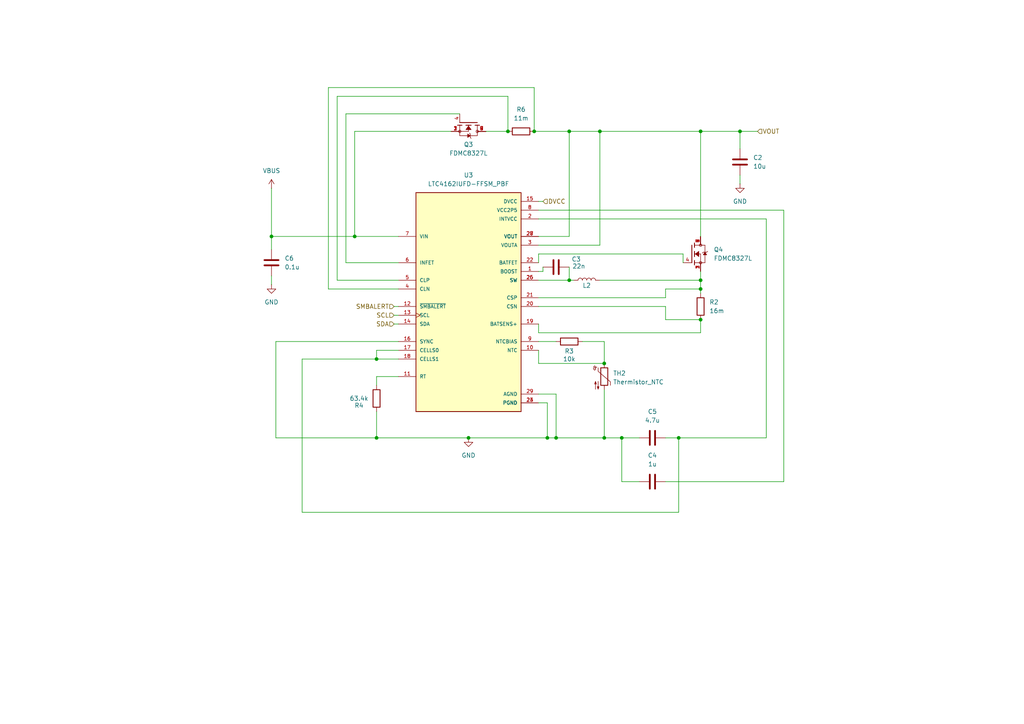
<source format=kicad_sch>
(kicad_sch (version 20250114) (generator "eeschema") (generator_version "9.0")
  (paper "A4")
  (lib_symbols
    (symbol "Device:C" (pin_numbers (hide yes)) (pin_names (offset 0.254))
      (property "Reference" "C" (at 0.635 2.54 0))
      (property "Value" "C" (at 0.635 -2.54 0))
      (symbol "C_0_1"
        (polyline (pts (xy -2.032 0.762) (xy 2.032 0.762)) (stroke (width 0.508)))
        (polyline (pts (xy -2.032 -0.762) (xy 2.032 -0.762)) (stroke (width 0.508)))
      )
      (symbol "C_1_1"
        (pin passive line (at 0 3.81 270) (length 2.794) (name "~") (number "1"))
        (pin passive line (at 0 -3.81 90) (length 2.794) (name "~") (number "2"))
      )
    )
    (symbol "Device:L" (pin_numbers (hide yes)) (pin_names (offset 1.016) (hide yes))
      (property "Reference" "L" (at -1.27 0 90))
      (property "Value" "L" (at 1.905 0 90))
      (symbol "L_0_1"
        (arc (start 0 2.54) (mid 0.6323 1.905) (end 0 1.27))
        (arc (start 0 1.27) (mid 0.6323 0.635) (end 0 0))
        (arc (start 0 0) (mid 0.6323 -0.635) (end 0 -1.27))
        (arc (start 0 -1.27) (mid 0.6323 -1.905) (end 0 -2.54))
      )
      (symbol "L_1_1"
        (pin passive line (at 0 3.81 270) (length 1.27) (name "1") (number "1"))
        (pin passive line (at 0 -3.81 90) (length 1.27) (name "2") (number "2"))
      )
    )
    (symbol "Device:R" (pin_numbers (hide yes)) (pin_names (offset 0))
      (property "Reference" "R" (at 2.032 0 90))
      (property "Value" "R" (at 0 0 90))
      (symbol "R_0_1"
        (rectangle (start -1.016 -2.54) (end 1.016 2.54) (stroke (width 0.254)))
      )
      (symbol "R_1_1"
        (pin passive line (at 0 3.81 270) (length 1.27) (name "~") (number "1"))
        (pin passive line (at 0 -3.81 90) (length 1.27) (name "~") (number "2"))
      )
    )
    (symbol "Device:Thermistor_NTC" (pin_numbers (hide yes)) (pin_names (offset 0))
      (property "Reference" "TH" (at -4.445 0 90))
      (property "Value" "Thermistor_NTC" (at 3.175 0 90))
      (symbol "Thermistor_NTC_0_1"
        (arc (start -3.175 2.413) (mid -3.0506 2.3165) (end -3.048 2.159))
        (arc (start -3.048 2.794) (mid -2.9736 2.9736) (end -2.794 3.048))
        (arc (start -2.794 3.048) (mid -2.6144 2.9736) (end -2.54 2.794))
        (arc (start -2.794 2.54) (mid -2.9736 2.6144) (end -3.048 2.794))
        (arc (start -2.794 1.905) (mid -2.9736 1.9794) (end -3.048 2.159))
        (arc (start -2.54 2.159) (mid -2.6144 1.9794) (end -2.794 1.905))
        (arc (start -2.159 2.794) (mid -2.434 2.5608) (end -2.794 2.54))
        (polyline (pts (xy -2.54 2.159) (xy -2.54 2.794)))
        (polyline (pts (xy -2.54 -3.683) (xy -2.54 -1.397) (xy -2.794 -2.159) (xy -2.286 -2.159) (xy -2.54 -1.397) (xy -2.54 -1.651)) (fill (type outline)))
        (polyline (pts (xy -1.778 2.54) (xy -1.778 1.524) (xy 1.778 -1.524) (xy 1.778 -2.54)))
        (polyline (pts (xy -1.778 -1.397) (xy -1.778 -3.683) (xy -2.032 -2.921) (xy -1.524 -2.921) (xy -1.778 -3.683) (xy -1.778 -3.429)) (fill (type outline)))
        (rectangle (start -1.016 2.54) (end 1.016 -2.54) (stroke (width 0.254)))
      )
      (symbol "Thermistor_NTC_1_1"
        (pin passive line (at 0 3.81 270) (length 1.27) (name "~") (number "1"))
        (pin passive line (at 0 -3.81 90) (length 1.27) (name "~") (number "2"))
      )
    )
    (symbol "FDMC8327L:FDMC8327L" (pin_names (offset 1.016))
      (property "Reference" "Q" (at -8.89 2.54 0))
      (property "Value" "FDMC8327L" (at -8.89 -7.62 0))
      (symbol "FDMC8327L_0_0"
        (polyline (pts (xy 0 2.54) (xy 0 -2.54)) (stroke (width 0.254)))
        (polyline (pts (xy 0.762 3.175) (xy 0.762 2.54)) (stroke (width 0.254)))
        (polyline (pts (xy 0.762 2.54) (xy 0.762 1.905)) (stroke (width 0.254)))
        (polyline (pts (xy 0.762 2.54) (xy 3.81 2.54)) (stroke (width 0.1524)))
        (polyline (pts (xy 0.762 0.762) (xy 0.762 0)) (stroke (width 0.254)))
        (polyline (pts (xy 0.762 0) (xy 0.762 -0.762)) (stroke (width 0.254)))
        (polyline (pts (xy 0.762 0) (xy 2.54 0)) (stroke (width 0.1524)))
        (polyline (pts (xy 0.762 -1.905) (xy 0.762 -2.54)) (stroke (width 0.254)))
        (polyline (pts (xy 0.762 -2.54) (xy 0.762 -3.175)) (stroke (width 0.254)))
        (polyline (pts (xy 1.016 0) (xy 2.032 0.762) (xy 2.032 -0.762) (xy 1.016 0)) (stroke (width 0.1524)) (fill (type outline)))
        (circle (center 2.54 2.54) (radius 0.3592))
        (polyline (pts (xy 2.54 0) (xy 2.54 -2.54)) (stroke (width 0.1524)))
        (polyline (pts (xy 2.54 -2.54) (xy 0.762 -2.54)) (stroke (width 0.1524)))
        (polyline (pts (xy 2.54 -2.54) (xy 3.81 -2.54)) (stroke (width 0.1524)))
        (circle (center 2.54 -2.54) (radius 0.3592))
        (polyline (pts (xy 3.302 0.508) (xy 3.048 0.254)) (stroke (width 0.1524)))
        (polyline (pts (xy 3.81 2.54) (xy 3.81 0.508)) (stroke (width 0.1524)))
        (polyline (pts (xy 3.81 0.508) (xy 3.302 0.508)) (stroke (width 0.1524)))
        (polyline (pts (xy 3.81 0.508) (xy 3.81 -2.54)) (stroke (width 0.1524)))
        (polyline (pts (xy 3.81 0.508) (xy 3.302 -0.254) (xy 4.318 -0.254) (xy 3.81 0.508)) (stroke (width 0.1524)) (fill (type outline)))
        (polyline (pts (xy 4.318 0.508) (xy 3.81 0.508)) (stroke (width 0.1524)))
        (polyline (pts (xy 4.572 0.762) (xy 4.318 0.508)) (stroke (width 0.1524)))
        (pin passive line (at -2.54 -2.54 0) (length 2.54) (name "~") (number "4"))
        (pin passive line (at 2.54 5.08 270) (length 2.54) (name "~") (number "5"))
        (pin passive line (at 2.54 5.08 270) (length 2.54) (name "~") (number "6"))
        (pin passive line (at 2.54 5.08 270) (length 2.54) (name "~") (number "7"))
        (pin passive line (at 2.54 5.08 270) (length 2.54) (name "~") (number "8"))
        (pin passive line (at 2.54 5.08 270) (length 2.54) (name "~") (number "9"))
        (pin passive line (at 2.54 -5.08 90) (length 2.54) (name "~") (number "1"))
        (pin passive line (at 2.54 -5.08 90) (length 2.54) (name "~") (number "2"))
        (pin passive line (at 2.54 -5.08 90) (length 2.54) (name "~") (number "3"))
      )
    )
    (symbol "LTC4162IUFD-FFSM_PBF:LTC4162IUFD-FFSM_PBF" (pin_names (offset 1.016))
      (property "Reference" "U" (at -15.24 31.242 0))
      (property "Value" "LTC4162IUFD-FFSM_PBF" (at -15.24 -35.56 0))
      (symbol "LTC4162IUFD-FFSM_PBF_0_0"
        (rectangle (start -15.24 -33.02) (end 15.24 30.48) (stroke (width 0.254)) (fill (type background)))
        (pin input line (at -20.32 17.78 0) (length 5.08) (name "VIN") (number "7"))
        (pin output line (at -20.32 10.16 0) (length 5.08) (name "INFET") (number "6"))
        (pin input line (at -20.32 5.08 0) (length 5.08) (name "CLP") (number "5"))
        (pin input line (at -20.32 2.54 0) (length 5.08) (name "CLN") (number "4"))
        (pin output line (at -20.32 -2.54 0) (length 5.08) (name "~{SMBALERT}") (number "12"))
        (pin input clock (at -20.32 -5.08 0) (length 5.08) (name "SCL") (number "13"))
        (pin bidirectional line (at -20.32 -7.62 0) (length 5.08) (name "SDA") (number "14"))
        (pin input line (at -20.32 -12.7 0) (length 5.08) (name "SYNC") (number "16"))
        (pin input line (at -20.32 -15.24 0) (length 5.08) (name "CELLS0") (number "17"))
        (pin input line (at -20.32 -17.78 0) (length 5.08) (name "CELLS1") (number "18"))
        (pin passive line (at -20.32 -22.86 0) (length 5.08) (name "RT") (number "11"))
        (pin power_in line (at 20.32 27.94 180) (length 5.08) (name "DVCC") (number "15"))
        (pin power_in line (at 20.32 25.4 180) (length 5.08) (name "VCC2P5") (number "8"))
        (pin power_in line (at 20.32 22.86 180) (length 5.08) (name "INTVCC") (number "2"))
        (pin output line (at 20.32 17.78 180) (length 5.08) (name "VOUT") (number "27"))
        (pin output line (at 20.32 17.78 180) (length 5.08) (name "VOUT") (number "28"))
        (pin output line (at 20.32 15.24 180) (length 5.08) (name "VOUTA") (number "3"))
        (pin input line (at 20.32 10.16 180) (length 5.08) (name "BATFET") (number "22"))
        (pin passive line (at 20.32 7.62 180) (length 5.08) (name "BOOST") (number "1"))
        (pin bidirectional line (at 20.32 5.08 180) (length 5.08) (name "SW") (number "25"))
        (pin bidirectional line (at 20.32 5.08 180) (length 5.08) (name "SW") (number "26"))
        (pin input line (at 20.32 0 180) (length 5.08) (name "CSP") (number "21"))
        (pin input line (at 20.32 -2.54 180) (length 5.08) (name "CSN") (number "20"))
        (pin passive line (at 20.32 -7.62 180) (length 5.08) (name "BATSENS+") (number "19"))
        (pin output line (at 20.32 -12.7 180) (length 5.08) (name "NTCBIAS") (number "9"))
        (pin input line (at 20.32 -15.24 180) (length 5.08) (name "NTC") (number "10"))
        (pin power_in line (at 20.32 -27.94 180) (length 5.08) (name "AGND") (number "29"))
        (pin power_in line (at 20.32 -30.48 180) (length 5.08) (name "PGND") (number "23"))
        (pin power_in line (at 20.32 -30.48 180) (length 5.08) (name "PGND") (number "24"))
      )
    )
    (symbol "power:GND" (power) (pin_numbers (hide yes)) (pin_names (offset 0) (hide yes))
      (property "Value" "GND" (at 0 -3.81 0))
      (symbol "GND_0_1"
        (polyline (pts (xy 0 0) (xy 0 -1.27) (xy 1.27 -1.27) (xy 0 -2.54) (xy -1.27 -1.27) (xy 0 -1.27)))
      )
      (symbol "GND_1_1"
        (pin power_in line (at 0 0 270) (length 0) (name "~") (number "1"))
      )
    )
    (symbol "power:VBUS" (power) (pin_numbers (hide yes)) (pin_names (offset 0) (hide yes))
      (property "Value" "VBUS" (at 0 3.556 0))
      (symbol "VBUS_0_1"
        (polyline (pts (xy -0.762 1.27) (xy 0 2.54)))
        (polyline (pts (xy 0 2.54) (xy 0.762 1.27)))
        (polyline (pts (xy 0 0) (xy 0 2.54)))
      )
      (symbol "VBUS_1_1"
        (pin power_in line (at 0 0 90) (length 0) (name "~") (number "1"))
      )
    )
  )
  (junction (at 161.29 127))
  (junction (at 158.75 127))
  (junction (at 175.26 127))
  (junction (at 196.85 127))
  (junction (at 102.87 68.58))
  (junction (at 109.22 104.14))
  (junction (at 154.94 38.1))
  (junction (at 109.22 127))
  (junction (at 203.2 81.28))
  (junction (at 165.1 38.1))
  (junction (at 203.2 92.71))
  (junction (at 173.99 38.1))
  (junction (at 165.1 81.28))
  (junction (at 135.89 127))
  (junction (at 203.2 83.82))
  (junction (at 78.74 68.58))
  (junction (at 147.32 38.1))
  (junction (at 180.34 127))
  (junction (at 203.2 38.1))
  (junction (at 214.63 38.1))
  (junction (at 175.26 105.41))
  (wire (pts (xy 156.21 86.36) (xy 193.04 86.36)))
  (wire (pts (xy 156.21 88.9) (xy 193.04 88.9)))
  (wire (pts (xy 140.97 38.1) (xy 147.32 38.1)))
  (wire (pts (xy 115.57 104.14) (xy 109.22 104.14)))
  (wire (pts (xy 214.63 50.8) (xy 214.63 53.34)))
  (wire (pts (xy 157.48 78.74) (xy 157.48 77.47)))
  (wire (pts (xy 165.1 81.28) (xy 166.37 81.28)))
  (wire (pts (xy 203.2 38.1) (xy 203.2 68.58)))
  (wire (pts (xy 173.99 71.12) (xy 173.99 38.1)))
  (wire (pts (xy 156.21 99.06) (xy 161.29 99.06)))
  (wire (pts (xy 109.22 101.6) (xy 109.22 104.14)))
  (wire (pts (xy 156.21 68.58) (xy 165.1 68.58)))
  (wire (pts (xy 115.57 76.2) (xy 100.33 76.2)))
  (wire (pts (xy 193.04 83.82) (xy 203.2 83.82)))
  (wire (pts (xy 222.25 127) (xy 196.85 127)))
  (wire (pts (xy 227.33 139.7) (xy 193.04 139.7)))
  (wire (pts (xy 114.3 93.98) (xy 115.57 93.98)))
  (wire (pts (xy 196.85 148.59) (xy 196.85 127)))
  (wire (pts (xy 109.22 119.38) (xy 109.22 127)))
  (wire (pts (xy 154.94 38.1) (xy 165.1 38.1)))
  (wire (pts (xy 78.74 80.01) (xy 78.74 82.55)))
  (wire (pts (xy 109.22 104.14) (xy 87.63 104.14)))
  (wire (pts (xy 97.79 27.94) (xy 147.32 27.94)))
  (wire (pts (xy 156.21 81.28) (xy 165.1 81.28)))
  (wire (pts (xy 161.29 114.3) (xy 161.29 127)))
  (wire (pts (xy 180.34 139.7) (xy 180.34 127)))
  (wire (pts (xy 193.04 86.36) (xy 193.04 83.82)))
  (wire (pts (xy 222.25 63.5) (xy 222.25 127)))
  (wire (pts (xy 102.87 38.1) (xy 130.81 38.1)))
  (wire (pts (xy 109.22 127) (xy 135.89 127)))
  (wire (pts (xy 78.74 68.58) (xy 78.74 72.39)))
  (wire (pts (xy 175.26 113.03) (xy 175.26 127)))
  (wire (pts (xy 193.04 88.9) (xy 193.04 92.71)))
  (wire (pts (xy 158.75 116.84) (xy 158.75 127)))
  (wire (pts (xy 156.21 63.5) (xy 222.25 63.5)))
  (wire (pts (xy 109.22 109.22) (xy 109.22 111.76)))
  (wire (pts (xy 78.74 54.61) (xy 78.74 68.58)))
  (wire (pts (xy 156.21 105.41) (xy 175.26 105.41)))
  (wire (pts (xy 80.01 99.06) (xy 80.01 127)))
  (wire (pts (xy 115.57 101.6) (xy 109.22 101.6)))
  (wire (pts (xy 175.26 99.06) (xy 168.91 99.06)))
  (wire (pts (xy 203.2 83.82) (xy 203.2 85.09)))
  (wire (pts (xy 156.21 58.42) (xy 157.48 58.42)))
  (wire (pts (xy 203.2 38.1) (xy 214.63 38.1)))
  (wire (pts (xy 193.04 92.71) (xy 203.2 92.71)))
  (wire (pts (xy 165.1 68.58) (xy 165.1 38.1)))
  (wire (pts (xy 203.2 96.52) (xy 203.2 92.71)))
  (wire (pts (xy 115.57 99.06) (xy 80.01 99.06)))
  (wire (pts (xy 214.63 38.1) (xy 214.63 43.18)))
  (wire (pts (xy 156.21 73.66) (xy 156.21 76.2)))
  (wire (pts (xy 214.63 38.1) (xy 219.71 38.1)))
  (wire (pts (xy 156.21 101.6) (xy 156.21 105.41)))
  (wire (pts (xy 180.34 127) (xy 185.42 127)))
  (wire (pts (xy 114.3 88.9) (xy 115.57 88.9)))
  (wire (pts (xy 156.21 78.74) (xy 157.48 78.74)))
  (wire (pts (xy 227.33 60.96) (xy 227.33 139.7)))
  (wire (pts (xy 78.74 68.58) (xy 102.87 68.58)))
  (wire (pts (xy 156.21 114.3) (xy 161.29 114.3)))
  (wire (pts (xy 173.99 81.28) (xy 203.2 81.28)))
  (wire (pts (xy 175.26 105.41) (xy 175.26 99.06)))
  (wire (pts (xy 198.12 73.66) (xy 198.12 76.2)))
  (wire (pts (xy 165.1 77.47) (xy 165.1 81.28)))
  (wire (pts (xy 161.29 127) (xy 175.26 127)))
  (wire (pts (xy 156.21 71.12) (xy 173.99 71.12)))
  (wire (pts (xy 115.57 81.28) (xy 97.79 81.28)))
  (wire (pts (xy 102.87 68.58) (xy 102.87 38.1)))
  (wire (pts (xy 100.33 33.02) (xy 133.35 33.02)))
  (wire (pts (xy 100.33 76.2) (xy 100.33 33.02)))
  (wire (pts (xy 185.42 139.7) (xy 180.34 139.7)))
  (wire (pts (xy 154.94 25.4) (xy 154.94 38.1)))
  (wire (pts (xy 80.01 127) (xy 109.22 127)))
  (wire (pts (xy 156.21 96.52) (xy 203.2 96.52)))
  (wire (pts (xy 97.79 81.28) (xy 97.79 27.94)))
  (wire (pts (xy 114.3 91.44) (xy 115.57 91.44)))
  (wire (pts (xy 173.99 38.1) (xy 203.2 38.1)))
  (wire (pts (xy 203.2 81.28) (xy 203.2 78.74)))
  (wire (pts (xy 165.1 38.1) (xy 173.99 38.1)))
  (wire (pts (xy 115.57 109.22) (xy 109.22 109.22)))
  (wire (pts (xy 203.2 81.28) (xy 203.2 83.82)))
  (wire (pts (xy 102.87 68.58) (xy 115.57 68.58)))
  (wire (pts (xy 115.57 83.82) (xy 95.25 83.82)))
  (wire (pts (xy 156.21 73.66) (xy 198.12 73.66)))
  (wire (pts (xy 147.32 27.94) (xy 147.32 38.1)))
  (wire (pts (xy 156.21 116.84) (xy 158.75 116.84)))
  (wire (pts (xy 95.25 83.82) (xy 95.25 25.4)))
  (wire (pts (xy 87.63 104.14) (xy 87.63 148.59)))
  (wire (pts (xy 158.75 127) (xy 161.29 127)))
  (wire (pts (xy 156.21 60.96) (xy 227.33 60.96)))
  (wire (pts (xy 95.25 25.4) (xy 154.94 25.4)))
  (wire (pts (xy 156.21 96.52) (xy 156.21 93.98)))
  (wire (pts (xy 87.63 148.59) (xy 196.85 148.59)))
  (wire (pts (xy 196.85 127) (xy 193.04 127)))
  (wire (pts (xy 175.26 127) (xy 180.34 127)))
  (wire (pts (xy 135.89 127) (xy 158.75 127)))
  (hierarchical_label "SMBALERT" (shape input) (at 114.3 88.9 180))
  (hierarchical_label "DVCC" (shape input) (at 157.48 58.42 0))
  (hierarchical_label "SCL" (shape input) (at 114.3 91.44 180))
  (hierarchical_label "VOUT" (shape input) (at 219.71 38.1 0))
  (hierarchical_label "SDA" (shape input) (at 114.3 93.98 180))
  (symbol (lib_id "Device:C") (at 78.74 76.2 0) (unit 1)
    (property "Reference" "C6" (at 82.55 74.9299 0) (effects (justify left)))
    (property "Value" "0.1u" (at 82.55 77.4699 0) (effects (justify left)))
    (property "Description" "Unpolarized capacitor" (effects (hide yes)))
  )
  (symbol (lib_id "Device:C") (at 189.23 127 90) (unit 1)
    (property "Reference" "C5" (at 189.23 119.38 90))
    (property "Value" "4.7u" (at 189.23 121.92 90))
    (property "Description" "Unpolarized capacitor" (effects (hide yes)))
  )
  (symbol (lib_id "Device:R") (at 109.22 115.57 0) (mirror y) (unit 1)
    (property "Reference" "R4" (at 104.14 117.602 0))
    (property "Value" "63.4k" (at 104.14 115.57 0))
    (property "Description" "Resistor" (effects (hide yes)))
  )
  (symbol (lib_id "Device:R") (at 151.13 38.1 90) (unit 1)
    (property "Reference" "R6" (at 151.13 31.75 90))
    (property "Value" "11m" (at 151.13 34.29 90))
    (property "Description" "Resistor" (effects (hide yes)))
  )
  (symbol (lib_id "Device:R") (at 203.2 88.9 180) (unit 1)
    (property "Reference" "R2" (at 205.74 87.6299 0) (effects (justify right)))
    (property "Value" "16m" (at 205.74 90.1699 0) (effects (justify right)))
    (property "Description" "Resistor" (effects (hide yes)))
  )
  (symbol (lib_id "power:GND") (at 135.89 127 0) (unit 1)
    (property "Reference" "#PWR07" (effects (hide yes)))
    (property "Value" "GND" (at 135.89 132.08 0))
    (property "Description" "Power symbol creates a global label with name \"GND\" , ground" (effects (hide yes)))
  )
  (symbol (lib_id "power:GND") (at 214.63 53.34 0) (unit 1)
    (property "Reference" "#PWR03" (effects (hide yes)))
    (property "Value" "GND" (at 214.63 58.42 0))
    (property "Description" "Power symbol creates a global label with name \"GND\" , ground" (effects (hide yes)))
  )
  (symbol (lib_id "Device:R") (at 165.1 99.06 270) (unit 1)
    (property "Reference" "R3" (at 165.1 101.854 90))
    (property "Value" "10k" (at 165.1 104.14 90))
    (property "Description" "Resistor" (effects (hide yes)))
  )
  (symbol (lib_id "Device:Thermistor_NTC") (at 175.26 109.22 0) (unit 1)
    (property "Reference" "TH2" (at 177.8 108.2674 0) (effects (justify left)))
    (property "Value" "Thermistor_NTC" (at 177.8 110.8074 0) (effects (justify left)))
    (property "Description" "Temperature dependent resistor, negative temperature coefficient" (effects (hide yes)))
  )
  (symbol (lib_id "LTC4162IUFD-FFSM_PBF:LTC4162IUFD-FFSM_PBF") (at 135.89 86.36 0) (unit 1)
    (property "Reference" "U3" (at 135.89 50.8 0))
    (property "Value" "LTC4162IUFD-FFSM_PBF" (at 135.89 53.34 0))
    (property "Footprint" "LTC4162IUFD-FFSM_PBF:QFN50P500X400X80-29N" (effects (hide yes)))
    (property "MF" "Analog Devices" (effects (hide yes)))
    (property "Description_1" "35V/3.2A Multi-Cell LiFePO4 Step-Down Battery Charger with PowerPath and I2C Telemetry" (effects (hide yes)))
    (property "Package" "QFN -28 Analog Devices" (effects (hide yes)))
    (property "Price" "None" (effects (hide yes)))
    (property "Check_prices" "https://www.snapeda.com/parts/LTC4162IUFD-FFSM%23PBF/Analog+Devices/view-part/?ref=eda" (effects (hide yes)))
    (property "STANDARD" "IPC-7351B" (effects (hide yes)))
    (property "PARTREV" "A" (effects (hide yes)))
    (property "SnapEDA_Link" "https://www.snapeda.com/parts/LTC4162IUFD-FFSM%23PBF/Analog+Devices/view-part/?ref=snap" (effects (hide yes)))
    (property "MP" "LTC4162IUFD-FFSM#PBF" (effects (hide yes)))
    (property "Availability" "In Stock" (effects (hide yes)))
    (property "MANUFACTURER" "Analog Devices" (effects (hide yes)))
  )
  (symbol (lib_id "Device:C") (at 189.23 139.7 90) (unit 1)
    (property "Reference" "C4" (at 189.23 132.08 90))
    (property "Value" "1u" (at 189.23 134.62 90))
    (property "Description" "Unpolarized capacitor" (effects (hide yes)))
  )
  (symbol (lib_id "Device:C") (at 161.29 77.47 90) (unit 1)
    (property "Reference" "C3" (at 167.132 75.184 90))
    (property "Value" "22n" (at 167.894 77.216 90))
    (property "Description" "Unpolarized capacitor" (effects (hide yes)))
  )
  (symbol (lib_id "power:VBUS") (at 78.74 54.61 0) (unit 1)
    (property "Reference" "#PWR05" (effects (hide yes)))
    (property "Value" "VBUS" (at 78.74 49.53 0))
    (property "Description" "Power symbol creates a global label with name \"VBUS\"" (effects (hide yes)))
  )
  (symbol (lib_id "FDMC8327L:FDMC8327L") (at 200.66 73.66 0) (unit 1)
    (property "Reference" "Q4" (at 207.01 72.3899 0) (effects (justify left)))
    (property "Value" "FDMC8327L" (at 207.01 74.9299 0) (effects (justify left)))
    (property "Footprint" "FDMC8327L:TRANS_FDMC8327L" (effects (hide yes)))
    (property "MF" "Fairchild Semiconductor" (effects (hide yes)))
    (property "DESCRIPTION" "MOSFET Transistor, N Channel, 14 A, 40 V, 0.0074 ohm, 10 V, 1.7 V" (effects (hide yes)))
    (property "PACKAGE" "PowerWDFN-8 ON Semiconductor" (effects (hide yes)))
    (property "PRICE" "None" (effects (hide yes)))
    (property "Package" "None" (effects (hide yes)))
    (property "Check_prices" "https://www.snapeda.com/parts/FDMC8327L/Fairchild+Imaging/view-part/?ref=eda" (effects (hide yes)))
    (property "STANDARD" "Manufacturer Recommendation" (effects (hide yes)))
    (property "SnapEDA_Link" "https://www.snapeda.com/parts/FDMC8327L/Fairchild+Imaging/view-part/?ref=snap" (effects (hide yes)))
    (property "MP" "FDMC8327L" (effects (hide yes)))
    (property "Price" "None" (effects (hide yes)))
    (property "Availability" "In Stock" (effects (hide yes)))
    (property "AVAILABILITY" "Unavailable" (effects (hide yes)))
    (property "Description_1" "N-Channel 40 V 12A (Ta), 14A (Tc) 2.3W (Ta), 30W (Tc) Surface Mount 8-MLP (3.3x3.3)" (effects (hide yes)))
  )
  (symbol (lib_id "power:GND") (at 78.74 82.55 0) (unit 1)
    (property "Reference" "#PWR06" (effects (hide yes)))
    (property "Value" "GND" (at 78.74 87.63 0))
    (property "Description" "Power symbol creates a global label with name \"GND\" , ground" (effects (hide yes)))
  )
  (symbol (lib_id "FDMC8327L:FDMC8327L") (at 135.89 35.56 270) (unit 1)
    (property "Reference" "Q3" (at 135.89 41.91 90))
    (property "Value" "FDMC8327L" (at 135.89 44.45 90))
    (property "Footprint" "FDMC8327L:TRANS_FDMC8327L" (effects (hide yes)))
    (property "MF" "Fairchild Semiconductor" (effects (hide yes)))
    (property "DESCRIPTION" "MOSFET Transistor, N Channel, 14 A, 40 V, 0.0074 ohm, 10 V, 1.7 V" (effects (hide yes)))
    (property "PACKAGE" "PowerWDFN-8 ON Semiconductor" (effects (hide yes)))
    (property "PRICE" "None" (effects (hide yes)))
    (property "Package" "None" (effects (hide yes)))
    (property "Check_prices" "https://www.snapeda.com/parts/FDMC8327L/Fairchild+Imaging/view-part/?ref=eda" (effects (hide yes)))
    (property "STANDARD" "Manufacturer Recommendation" (effects (hide yes)))
    (property "SnapEDA_Link" "https://www.snapeda.com/parts/FDMC8327L/Fairchild+Imaging/view-part/?ref=snap" (effects (hide yes)))
    (property "MP" "FDMC8327L" (effects (hide yes)))
    (property "Price" "None" (effects (hide yes)))
    (property "Availability" "In Stock" (effects (hide yes)))
    (property "AVAILABILITY" "Unavailable" (effects (hide yes)))
    (property "Description_1" "N-Channel 40 V 12A (Ta), 14A (Tc) 2.3W (Ta), 30W (Tc) Surface Mount 8-MLP (3.3x3.3)" (effects (hide yes)))
  )
  (symbol (lib_id "Device:C") (at 214.63 46.99 0) (unit 1)
    (property "Reference" "C2" (at 218.44 45.7199 0) (effects (justify left)))
    (property "Value" "10u" (at 218.44 48.2599 0) (effects (justify left)))
    (property "Description" "Unpolarized capacitor" (effects (hide yes)))
  )
  (symbol (lib_id "Device:L") (at 170.18 81.28 90) (unit 1)
    (property "Reference" "L2" (at 170.18 82.804 90))
    (property "Value" "4.7u" (effects (hide yes)))
    (property "Description" "Inductor" (effects (hide yes)))
  )
)
</source>
